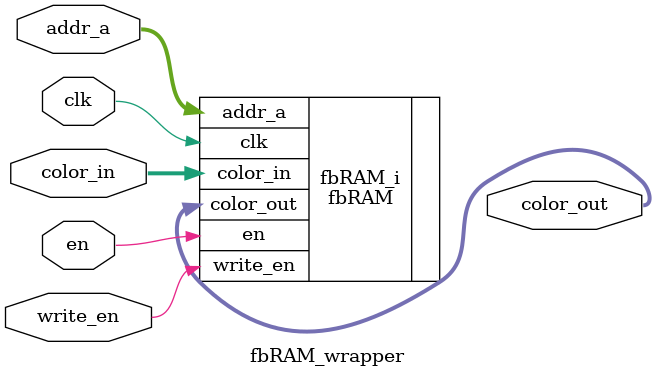
<source format=v>
`timescale 1 ps / 1 ps

module fbRAM_wrapper
   (addr_a,
    clk,
    color_in,
    color_out,
    en,
    write_en);
  input [18:0]addr_a;
  input clk;
  input [3:0]color_in;
  output [3:0]color_out;
  input en;
  input write_en;

  wire [18:0]addr_a;
  wire clk;
  wire [3:0]color_in;
  wire [3:0]color_out;
  wire en;
  wire write_en;

  fbRAM fbRAM_i
       (.addr_a(addr_a),
        .clk(clk),
        .color_in(color_in),
        .color_out(color_out),
        .en(en),
        .write_en(write_en));
endmodule

</source>
